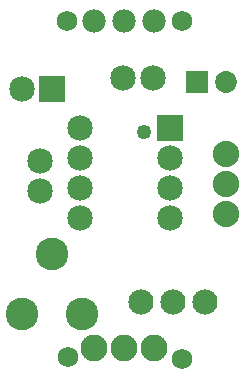
<source format=gts>
G04 MADE WITH FRITZING*
G04 WWW.FRITZING.ORG*
G04 DOUBLE SIDED*
G04 HOLES PLATED*
G04 CONTOUR ON CENTER OF CONTOUR VECTOR*
%ASAXBY*%
%FSLAX23Y23*%
%MOIN*%
%OFA0B0*%
%SFA1.0B1.0*%
%ADD10C,0.085000*%
%ADD11C,0.109000*%
%ADD12C,0.072992*%
%ADD13C,0.084000*%
%ADD14C,0.069055*%
%ADD15C,0.089370*%
%ADD16C,0.077559*%
%ADD17C,0.088000*%
%ADD18C,0.049370*%
%ADD19R,0.085000X0.085000*%
%ADD20R,0.072992X0.072992*%
%ADD21C,0.039000*%
%LNMASK1*%
G90*
G70*
G54D10*
X552Y860D03*
X252Y860D03*
X552Y760D03*
X252Y760D03*
X552Y660D03*
X252Y660D03*
X552Y560D03*
X252Y560D03*
X552Y860D03*
X252Y860D03*
X552Y760D03*
X252Y760D03*
X552Y660D03*
X252Y660D03*
X552Y560D03*
X252Y560D03*
G54D11*
X259Y242D03*
X59Y242D03*
X159Y442D03*
G54D10*
X118Y651D03*
X118Y751D03*
X118Y651D03*
X118Y751D03*
X496Y1026D03*
X396Y1026D03*
X496Y1026D03*
X396Y1026D03*
X158Y990D03*
X58Y990D03*
X158Y990D03*
X58Y990D03*
G54D12*
X642Y1013D03*
X740Y1013D03*
G54D13*
X670Y281D03*
X563Y281D03*
X456Y281D03*
X670Y281D03*
X563Y281D03*
X456Y281D03*
G54D14*
X213Y96D03*
X591Y92D03*
X591Y1218D03*
X209Y1218D03*
G54D15*
X500Y128D03*
X400Y128D03*
X300Y128D03*
G54D16*
X500Y1218D03*
X400Y1218D03*
X300Y1218D03*
G54D17*
X738Y575D03*
X738Y775D03*
X738Y675D03*
G54D18*
X465Y846D03*
G54D19*
X552Y860D03*
X552Y860D03*
X158Y990D03*
X158Y990D03*
G54D20*
X642Y1013D03*
G54D21*
G36*
X24Y277D02*
X94Y277D01*
X94Y207D01*
X24Y207D01*
X24Y277D01*
G37*
D02*
G04 End of Mask1*
M02*
</source>
